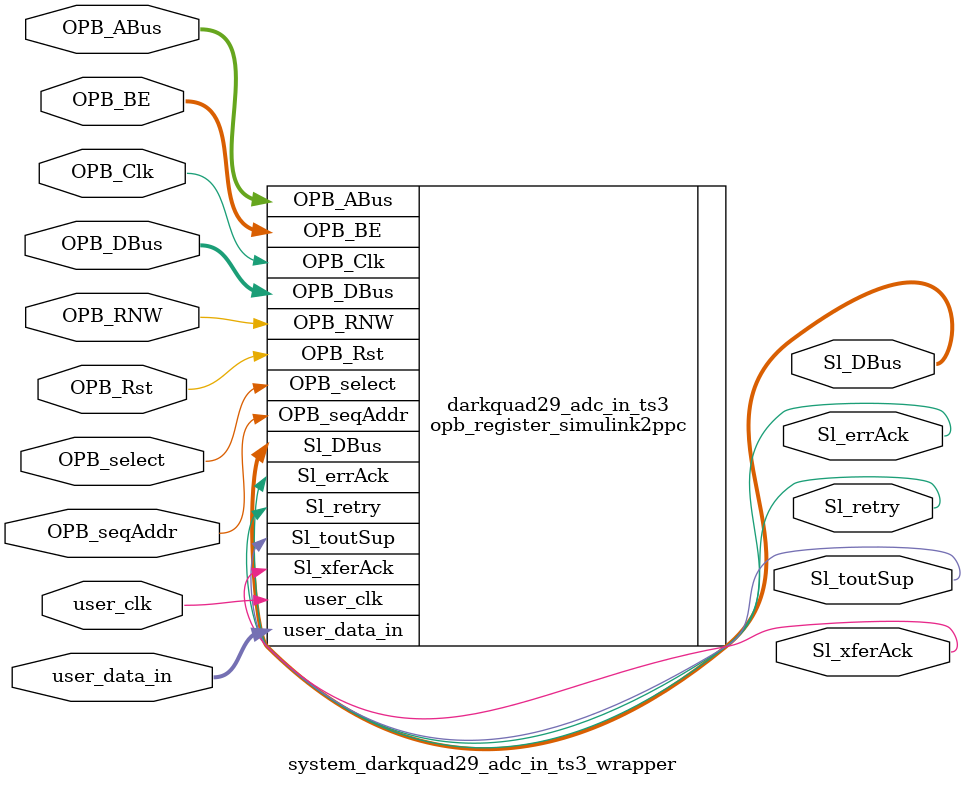
<source format=v>

module system_darkquad29_adc_in_ts3_wrapper
  (
    OPB_Clk,
    OPB_Rst,
    Sl_DBus,
    Sl_errAck,
    Sl_retry,
    Sl_toutSup,
    Sl_xferAck,
    OPB_ABus,
    OPB_BE,
    OPB_DBus,
    OPB_RNW,
    OPB_select,
    OPB_seqAddr,
    user_data_in,
    user_clk
  );
  input OPB_Clk;
  input OPB_Rst;
  output [0:31] Sl_DBus;
  output Sl_errAck;
  output Sl_retry;
  output Sl_toutSup;
  output Sl_xferAck;
  input [0:31] OPB_ABus;
  input [0:3] OPB_BE;
  input [0:31] OPB_DBus;
  input OPB_RNW;
  input OPB_select;
  input OPB_seqAddr;
  input [31:0] user_data_in;
  input user_clk;

  opb_register_simulink2ppc
    #(
      .C_BASEADDR ( 32'h0108B600 ),
      .C_HIGHADDR ( 32'h0108B6FF ),
      .C_OPB_AWIDTH ( 32 ),
      .C_OPB_DWIDTH ( 32 ),
      .C_FAMILY ( "virtex6" )
    )
    darkquad29_adc_in_ts3 (
      .OPB_Clk ( OPB_Clk ),
      .OPB_Rst ( OPB_Rst ),
      .Sl_DBus ( Sl_DBus ),
      .Sl_errAck ( Sl_errAck ),
      .Sl_retry ( Sl_retry ),
      .Sl_toutSup ( Sl_toutSup ),
      .Sl_xferAck ( Sl_xferAck ),
      .OPB_ABus ( OPB_ABus ),
      .OPB_BE ( OPB_BE ),
      .OPB_DBus ( OPB_DBus ),
      .OPB_RNW ( OPB_RNW ),
      .OPB_select ( OPB_select ),
      .OPB_seqAddr ( OPB_seqAddr ),
      .user_data_in ( user_data_in ),
      .user_clk ( user_clk )
    );

endmodule


</source>
